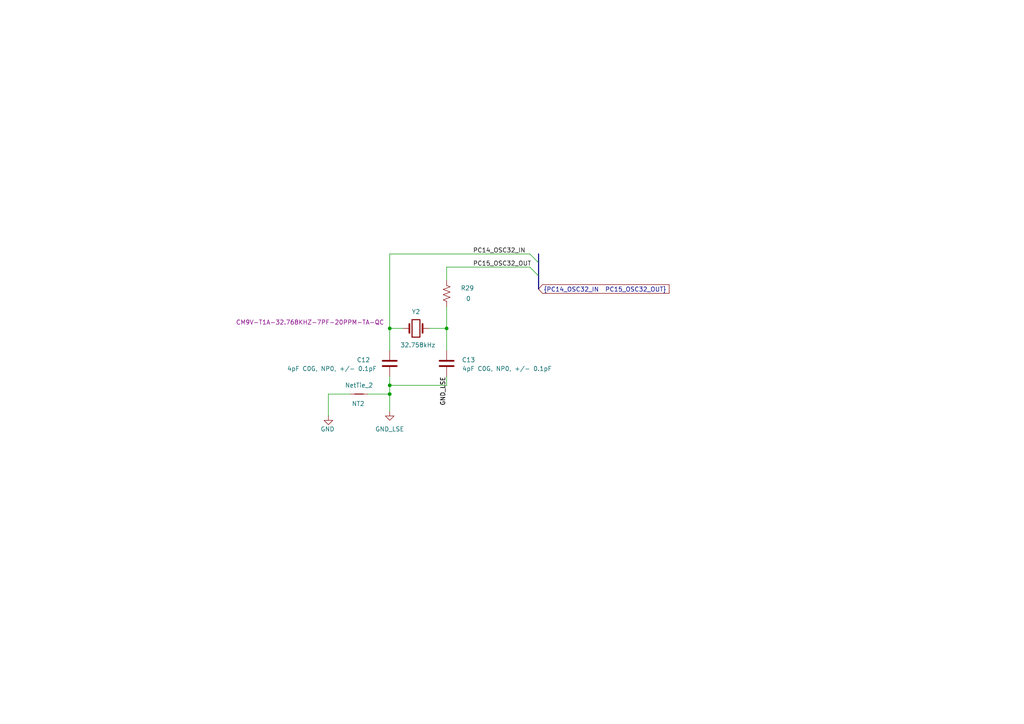
<source format=kicad_sch>
(kicad_sch (version 20250114) (generator "eeschema") (generator_version "9.0")
  (paper "A4")
  (title_block (title "ADCs for 10K thermistors") (date "2025-01-07") (rev "v0.1.1"))
  (lib_symbols
    (symbol "ProjectLib:C" (pin_numbers (hide yes)) (pin_names (offset 0.254))
      (property "Reference" "C" (at 0.635 2.54 0))
      (property "Value" "C" (at 0.635 -2.54 0))
      (symbol "C_0_1"
        (polyline (pts (xy -2.032 0.762) (xy 2.032 0.762)) (stroke (width 0.508)))
        (polyline (pts (xy -2.032 -0.762) (xy 2.032 -0.762)) (stroke (width 0.508)))
      )
      (symbol "C_1_1"
        (pin passive line (at 0 3.81 270) (length 2.794) (name "~") (number "1"))
        (pin passive line (at 0 -3.81 90) (length 2.794) (name "~") (number "2"))
      )
    )
    (symbol "ProjectLib:Crystal" (pin_numbers (hide yes)) (pin_names (offset 1.016) (hide yes))
      (property "Reference" "Y" (at 0 3.81 0))
      (property "Value" "Crystal" (at 0 -3.81 0))
      (symbol "Crystal_0_1"
        (polyline (pts (xy -2.54 0) (xy -1.905 0)))
        (polyline (pts (xy -1.905 -1.27) (xy -1.905 1.27)) (stroke (width 0.508)))
        (rectangle (start -1.143 2.54) (end 1.143 -2.54) (stroke (width 0.3048)))
        (polyline (pts (xy 1.905 -1.27) (xy 1.905 1.27)) (stroke (width 0.508)))
        (polyline (pts (xy 2.54 0) (xy 1.905 0)))
      )
      (symbol "Crystal_1_1"
        (pin passive line (at -3.81 0 0) (length 1.27) (name "1") (number "1"))
        (pin passive line (at 3.81 0 180) (length 1.27) (name "2") (number "2"))
      )
    )
    (symbol "ProjectLib:GND_LSE" (power) (pin_numbers (hide yes)) (pin_names (offset 0) (hide yes))
      (property "Value" "GND_LSE" (at 0 -3.81 0))
      (symbol "GND_LSE_0_1"
        (polyline (pts (xy 0 0) (xy 0 -1.27) (xy 1.27 -1.27) (xy 0 -2.54) (xy -1.27 -1.27) (xy 0 -1.27)))
      )
      (symbol "GND_LSE_1_1"
        (pin power_in line (at 0 0 270) (length 0) (name "~") (number "1"))
      )
    )
    (symbol "ProjectLib:NetTie_2" (pin_numbers (hide yes)) (pin_names (offset 0) (hide yes)) (in_bom no)
      (property "Reference" "NT" (at 0 1.27 0))
      (property "Value" "NetTie_2" (at 0 -1.27 0))
      (symbol "NetTie_2_0_1"
        (polyline (pts (xy -1.27 0) (xy 1.27 0)) (stroke (width 0.254)))
      )
      (symbol "NetTie_2_1_1"
        (pin power_in line (at -2.54 0 0) (length 2.54) (name "1") (number "1"))
        (pin power_out line (at 2.54 0 180) (length 2.54) (name "2") (number "2"))
      )
    )
    (symbol "ProjectLib:R_US" (pin_numbers (hide yes)) (pin_names (offset 0))
      (property "Reference" "R" (at 2.54 0 90))
      (property "Value" "R_US" (at -2.54 0 90))
      (symbol "R_US_0_1"
        (polyline (pts (xy 0 2.286) (xy 0 2.54)))
        (polyline (pts (xy 0 2.286) (xy 1.016 1.905) (xy 0 1.524) (xy -1.016 1.143) (xy 0 0.762)))
        (polyline (pts (xy 0 0.762) (xy 1.016 0.381) (xy 0 0) (xy -1.016 -0.381) (xy 0 -0.762)))
        (polyline (pts (xy 0 -0.762) (xy 1.016 -1.143) (xy 0 -1.524) (xy -1.016 -1.905) (xy 0 -2.286)))
        (polyline (pts (xy 0 -2.286) (xy 0 -2.54)))
      )
      (symbol "R_US_1_1"
        (pin passive line (at 0 3.81 270) (length 1.27) (name "~") (number "1"))
        (pin passive line (at 0 -3.81 90) (length 1.27) (name "~") (number "2"))
      )
    )
    (symbol "power:GND" (power) (pin_numbers (hide yes)) (pin_names (offset 0) (hide yes))
      (property "Value" "GND" (at 0 -3.81 0))
      (symbol "GND_0_1"
        (polyline (pts (xy 0 0) (xy 0 -1.27) (xy 1.27 -1.27) (xy 0 -2.54) (xy -1.27 -1.27) (xy 0 -1.27)))
      )
      (symbol "GND_1_1"
        (pin power_in line (at 0 0 270) (length 0) (name "~") (number "1"))
      )
    )
  )
  (junction (at 129.54 95.25))
  (junction (at 113.03 95.25))
  (junction (at 113.03 111.76))
  (junction (at 113.03 114.3))
  (bus_entry (at 156.21 80.01) (size -2.54 -2.54))
  (bus_entry (at 156.21 76.2) (size -2.54 -2.54))
  (wire (pts (xy 106.68 114.3) (xy 113.03 114.3)))
  (wire (pts (xy 129.54 95.25) (xy 124.46 95.25)))
  (bus (pts (xy 156.21 80.01) (xy 156.21 83.82)))
  (wire (pts (xy 113.03 95.25) (xy 116.84 95.25)))
  (wire (pts (xy 113.03 111.76) (xy 113.03 114.3)))
  (wire (pts (xy 113.03 73.66) (xy 153.67 73.66)))
  (wire (pts (xy 101.6 114.3) (xy 95.25 114.3)))
  (wire (pts (xy 113.03 109.22) (xy 113.03 111.76)))
  (bus (pts (xy 156.21 73.66) (xy 156.21 76.2)))
  (wire (pts (xy 129.54 88.9) (xy 129.54 95.25)))
  (wire (pts (xy 113.03 95.25) (xy 113.03 73.66)))
  (wire (pts (xy 129.54 95.25) (xy 129.54 101.6)))
  (wire (pts (xy 113.03 101.6) (xy 113.03 95.25)))
  (bus (pts (xy 156.21 76.2) (xy 156.21 80.01)))
  (wire (pts (xy 113.03 111.76) (xy 129.54 111.76)))
  (wire (pts (xy 129.54 111.76) (xy 129.54 109.22)))
  (wire (pts (xy 129.54 77.47) (xy 129.54 81.28)))
  (wire (pts (xy 95.25 114.3) (xy 95.25 120.65)))
  (wire (pts (xy 113.03 114.3) (xy 113.03 119.38)))
  (wire (pts (xy 129.54 77.47) (xy 153.67 77.47)))
  (label "PC14_OSC32_IN" (at 137.16 73.66 0))
  (label "PC15_OSC32_OUT" (at 137.16 77.47 0))
  (label "GND_LSE" (at 129.54 109.22 270))
  (label "GND_LSE" (at 129.54 109.22 270))
  (global_label "{PC14_OSC32_IN  PC15_OSC32_OUT}" (shape input) (at 156.21 83.82 0) (property "Intersheetrefs" "${INTERSHEET_REFS}" (effects (hide yes))))
  (symbol (lib_id "ProjectLib:C") (at 129.54 105.41 180) (unit 1)
    (property "Reference" "C13" (at 135.89 104.394 0))
    (property "Value" "4pF C0G, NP0, +/- 0.1pF" (at 147.066 106.934 0))
    (property "Footprint" "ProjectLib:C_0603_1608Metric" (effects (hide yes)))
    (property "Description" "Unpolarized capacitor" (effects (hide yes)))
    (property "MountType" "SMT" (effects (hide yes)))
    (property "pads" "2" (effects (hide yes)))
    (property "Manufacturer" "TDK Corp" (effects (hide yes)))
    (property "MfgPart" "CGA3E2C0G1H040CT0Y0N" (effects (hide yes)))
    (property "Package" "C_0603_1608Metric" (effects (hide yes)))
    (property "Notes" "or equivalent" (effects (hide yes)))
  )
  (symbol (lib_id "ProjectLib:C") (at 113.03 105.41 180) (unit 1)
    (property "Reference" "C12" (at 105.41 104.394 0))
    (property "Value" "4pF C0G, NP0, +/- 0.1pF" (at 96.266 106.934 0))
    (property "Footprint" "ProjectLib:C_0603_1608Metric" (effects (hide yes)))
    (property "Description" "Unpolarized capacitor" (effects (hide yes)))
    (property "MountType" "SMT" (effects (hide yes)))
    (property "pads" "2" (effects (hide yes)))
    (property "Manufacturer" "TDK Corp" (effects (hide yes)))
    (property "MfgPart" "CGA3E2C0G1H040CT0Y0N" (effects (hide yes)))
    (property "Package" "C_0603_1608Metric" (effects (hide yes)))
    (property "Notes" "or equivalent" (effects (hide yes)))
  )
  (symbol (lib_id "ProjectLib:NetTie_2") (at 104.14 114.3 0) (unit 1) (in_bom no)
    (property "Reference" "NT2" (at 103.886 117.094 0))
    (property "Value" "NetTie_2" (at 104.14 111.76 0))
    (property "Footprint" "ProjectLib:NetTie-2_SMD_Pad0.5mm" (effects (hide yes)))
    (property "Description" "Net tie, 2 pins" (effects (hide yes)))
  )
  (symbol (lib_id "power:GND") (at 95.25 120.65 0) (unit 1)
    (property "Reference" "#PWR093" (effects (hide yes)))
    (property "Value" "GND" (at 94.996 124.46 0))
    (property "Description" "Power symbol creates a global label with name \"GND\" , ground" (effects (hide yes)))
  )
  (symbol (lib_id "ProjectLib:R_US") (at 129.54 85.09 0) (unit 1)
    (property "Reference" "R29" (at 133.604 83.566 0) (effects (justify left)))
    (property "Value" "0" (at 135.128 86.614 0) (effects (justify left)))
    (property "Footprint" "ProjectLib:R_0603_1608Metric" (effects (hide yes)))
    (property "Description" "Resistor, US symbol" (effects (hide yes)))
    (property "MountType" "SMT" (effects (hide yes)))
    (property "pads" "2" (effects (hide yes)))
    (property "Manufacturer" "Yageo" (effects (hide yes)))
    (property "MfgPart" "RC0603FR-070RL" (effects (hide yes)))
    (property "Package" "R_0603_1608Metric" (effects (hide yes)))
    (property "Notes" "or equivalent" (effects (hide yes)))
  )
  (symbol (lib_id "ProjectLib:GND_LSE") (at 113.03 119.38 0) (unit 1)
    (property "Reference" "#PWR062" (effects (hide yes)))
    (property "Value" "GND_LSE" (at 113.03 124.46 0))
    (property "Description" "Power symbol creates a global label with name \"GND\" , ground" (effects (hide yes)))
  )
  (symbol (lib_id "ProjectLib:Crystal") (at 120.65 95.25 0) (mirror y) (unit 1)
    (property "Reference" "Y2" (at 119.38 90.424 0) (effects (justify right)))
    (property "Value" "32.758kHz" (at 116.078 100.076 0) (effects (justify right)))
    (property "Footprint" "ProjectLib:Crystal_SMD_MicroCrystal_CM9V-T1A-2Pin_1.6x1.0mm" (effects (hide yes)))
    (property "Datasheet" "https://www.microcrystal.com/fileadmin/Media/Products/32kHz/Datasheet/CM9V-T1A.pdf" (effects (hide yes)))
    (property "Description" "Two pin crystal, 7pF" (effects (hide yes)))
    (property "MountType" "SMT" (effects (hide yes)))
    (property "Notes" "or equivalent" (effects (hide yes)))
    (property "Manufacturer" "Micro Crystal" (effects (hide yes)))
    (property "MfgPart" "CM9V-T1A-32.768KHZ-7PF-20PPM-TA-QC" (at 89.916 93.472 0))
    (property "pads" "2" (effects (hide yes)))
    (property "Package" "Crystal_SMD_MicroCrystal_CM9V-T1A-2Pin_1.6x1.0mm" (effects (hide yes)))
  )
)
</source>
